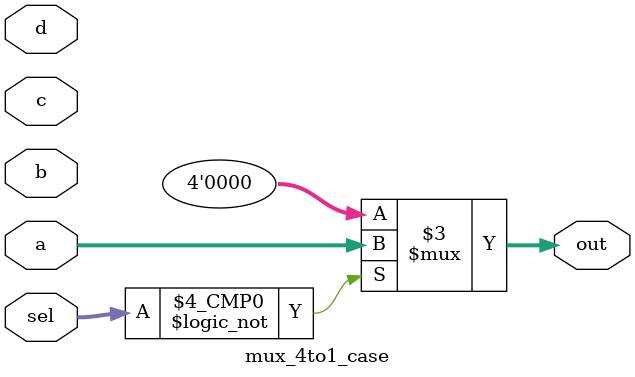
<source format=v>


module mux_4to1_case
(
  input [3:0] a,
  input [3:0] b,
  input [3:0] c,
  input [3:0] d,
  input [1:0] sel,
  output reg [3:0] out
);


  always @(a or b or c or d or sel) begin
    out = 'd0;
    case(sel)
      2'b00: out = a;
      2'b00: out = b;
      2'b00: out = c;
      2'b00: out = d;
      default: begin
      end
    endcase
  end


endmodule


</source>
